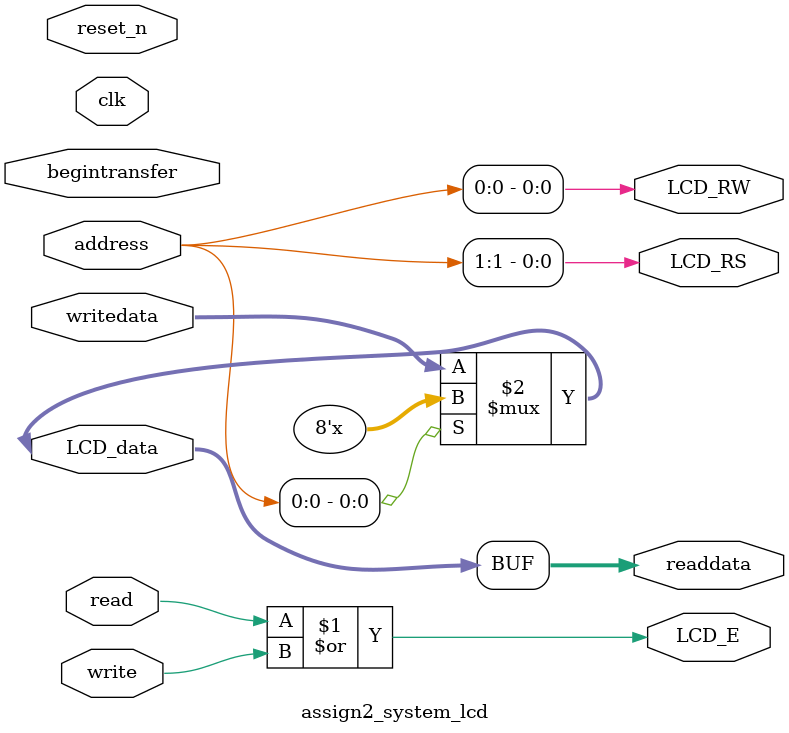
<source format=v>

`timescale 1ns / 1ps
// synthesis translate_on

// turn off superfluous verilog processor warnings 
// altera message_level Level1 
// altera message_off 10034 10035 10036 10037 10230 10240 10030 

module assign2_system_lcd (
                            // inputs:
                             address,
                             begintransfer,
                             clk,
                             read,
                             reset_n,
                             write,
                             writedata,

                            // outputs:
                             LCD_E,
                             LCD_RS,
                             LCD_RW,
                             LCD_data,
                             readdata
                          )
;

  output           LCD_E;
  output           LCD_RS;
  output           LCD_RW;
  inout   [  7: 0] LCD_data;
  output  [  7: 0] readdata;
  input   [  1: 0] address;
  input            begintransfer;
  input            clk;
  input            read;
  input            reset_n;
  input            write;
  input   [  7: 0] writedata;


wire             LCD_E;
wire             LCD_RS;
wire             LCD_RW;
wire    [  7: 0] LCD_data;
wire    [  7: 0] readdata;
  assign LCD_RW = address[0];
  assign LCD_RS = address[1];
  assign LCD_E = read | write;
  assign LCD_data = (address[0]) ? {8{1'bz}} : writedata;
  assign readdata = LCD_data;
  //control_slave, which is an e_avalon_slave

endmodule


</source>
